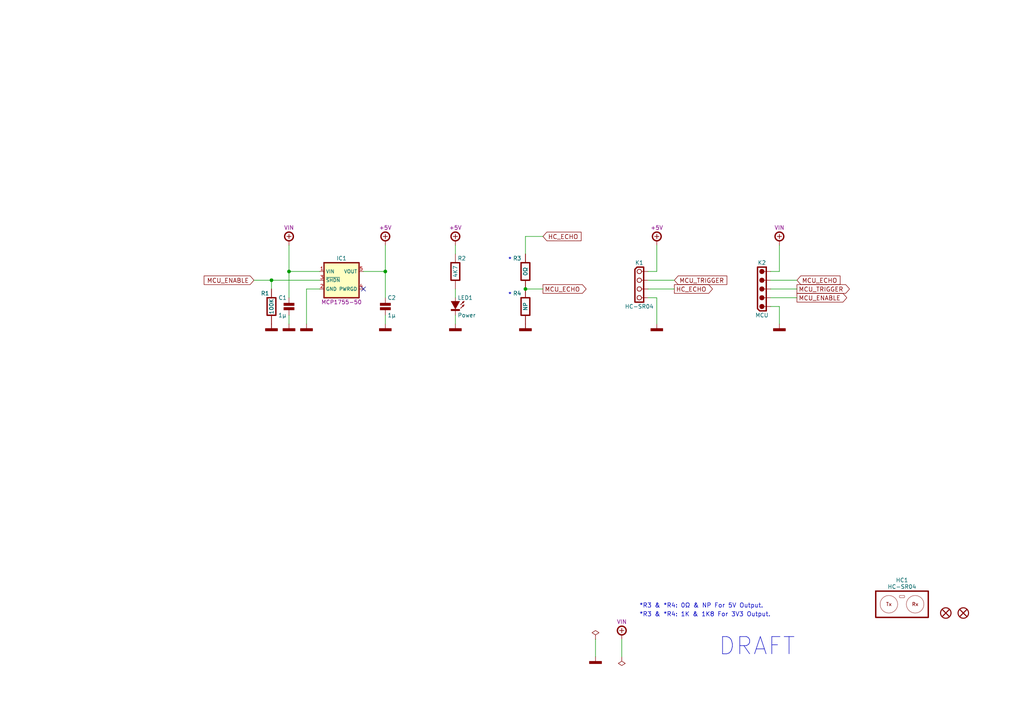
<source format=kicad_sch>
(kicad_sch (version 20211123) (generator eeschema)
  (paper "A4")
  (title_block (title "TBOT - Front HC-SR04") (date "01/2022") (rev "A"))
  (lib_symbols
    (symbol "tronixio:C-1206" (pin_numbers hide) (pin_names (offset 0) hide)
      (property "Reference" "C" (at 0.635 2.54 0))
      (property "Value" "C-1206" (at 0.635 -2.54 0))
      (symbol "C-1206_0_1"
        (rectangle (start -1.524 -0.254) (end 1.524 -1.016) (stroke (width 0.001)) (fill (type outline)))
        (rectangle (start -1.524 1.016) (end 1.524 0.254) (stroke (width 0.001)) (fill (type outline)))
      )
      (symbol "C-1206_1_1"
        (pin passive line (at 0 2.54 270) (length 1.905) (name "~") (number "1"))
        (pin passive line (at 0 -2.54 90) (length 1.905) (name "~") (number "2"))
      )
    )
    (symbol "tronixio:HC-SR04" (pin_names (offset 0.5) hide)
      (property "Reference" "HC" (at 0 5.08 0))
      (property "Value" "HC-SR04" (at 0 -5.08 0))
      (symbol "HC-SR04_0_0"
        (text "Rx" (at 3.81 0 0) (effects (font (size 1 1))))
        (text "Tx" (at -3.81 0 0) (effects (font (size 1 1))))
      )
      (symbol "HC-SR04_0_1"
        (rectangle (start -7.62 3.81) (end 7.62 -3.81) (stroke (width 0.4)))
        (circle (center -3.81 0) (radius 2.54) (stroke (width 0.1)))
        (arc (start -0.635 2.54) (mid -0.762 2.2225) (end -0.635 1.905) (stroke (width 0.1)))
        (polyline (pts (xy -0.635 1.905) (xy 0.635 1.905)) (stroke (width 0.1)))
        (polyline (pts (xy 0.635 2.54) (xy -0.635 2.54)) (stroke (width 0.1)))
        (arc (start 0.635 1.905) (mid 0.7633 2.2225) (end 0.635 2.54) (stroke (width 0.1)))
        (circle (center 3.81 0) (radius 2.54) (stroke (width 0.1)))
      )
    )
    (symbol "tronixio:LED-1206-PURPLE" (pin_numbers hide) (pin_names (offset 0) hide)
      (property "Reference" "LED" (at 0 -2.54 0))
      (property "Value" "LED-1206-PURPLE" (at 0 -5.08 0))
      (symbol "LED-1206-PURPLE_0_1"
        (rectangle (start -1.27 1.27) (end -0.762 -1.27) (stroke (width 0.001)) (fill (type outline)))
        (polyline (pts (xy 1.524 -1.27) (xy 1.524 1.27) (xy -0.762 0) (xy 1.524 -1.27)) (stroke (width 0.001)) (fill (type outline)))
        (polyline (pts (xy -0.508 1.524) (xy 0.508 2.54) (xy 0.254 2.032) (xy 0 2.286) (xy 0.508 2.54)) (stroke (width 0.2)))
        (polyline (pts (xy 0.508 1.524) (xy 1.524 2.54) (xy 1.27 2.032) (xy 1.016 2.286) (xy 1.524 2.54)) (stroke (width 0.2)))
      )
      (symbol "LED-1206-PURPLE_1_1"
        (pin passive line (at -2.54 0 0) (length 1.27) (name "K") (number "1"))
        (pin passive line (at 2.54 0 180) (length 1.27) (name "A") (number "2"))
      )
    )
    (symbol "tronixio:MICROCHIP-MCP1755-50-SOT23" (pin_names (offset 0.5))
      (property "Reference" "IC" (at 0 6.35 0))
      (property "Name" "MCP1755-50" (at 0 -6.35 0))
      (symbol "MICROCHIP-MCP1755-50-SOT23_0_1"
        (rectangle (start -5.08 5.08) (end 5.08 -5.08) (stroke (width 0.4)) (fill (type background)))
      )
      (symbol "MICROCHIP-MCP1755-50-SOT23_1_1"
        (pin power_in line (at -6.35 2.54 0) (length 1.27) (name "VIN") (number "1"))
        (pin power_in line (at -6.35 -2.54 0) (length 1.27) (name "GND") (number "2"))
        (pin input line (at -6.35 0 0) (length 1.27) (name "~{SHDN}") (number "3"))
        (pin open_collector line (at 6.35 -2.54 180) (length 1.27) (name "PWRGD") (number "4"))
        (pin power_out line (at 6.35 2.54 180) (length 1.27) (name "VOUT") (number "5"))
      )
    )
    (symbol "tronixio:MOLEX-MICRO-LATCH-05-RIGHT-ANGLE" (pin_numbers hide) (pin_names (offset 0) hide)
      (property "Reference" "K" (at 0 2.54 0))
      (property "Value" "MOLEX-MICRO-LATCH-05-RIGHT-ANGLE" (at 0 -12.7 0))
      (symbol "MOLEX-MICRO-LATCH-05-RIGHT-ANGLE_0_1"
        (circle (center 0 -10.16) (radius 0.635) (stroke (width 0.2)) (fill (type outline)))
        (circle (center 0 -7.62) (radius 0.635) (stroke (width 0.2)) (fill (type outline)))
        (circle (center 0 -5.08) (radius 0.635) (stroke (width 0.2)) (fill (type outline)))
        (circle (center 0 -2.54) (radius 0.635) (stroke (width 0.2)) (fill (type outline)))
        (polyline (pts (xy -1.27 -11.43) (xy 1.27 -11.43) (xy 1.27 0.635) (xy 0.635 1.27) (xy -1.27 1.27) (xy -1.27 -11.43)) (stroke (width 0.4)))
        (circle (center 0 0) (radius 0.635) (stroke (width 0.2)) (fill (type outline)))
      )
      (symbol "MOLEX-MICRO-LATCH-05-RIGHT-ANGLE_1_1"
        (pin passive line (at -2.54 0 0) (length 1.905) (name "1") (number "1"))
        (pin passive line (at -2.54 -2.54 0) (length 1.905) (name "2") (number "2"))
        (pin passive line (at -2.54 -5.08 0) (length 1.905) (name "3") (number "3"))
        (pin passive line (at -2.54 -7.62 0) (length 1.905) (name "4") (number "4"))
        (pin passive line (at -2.54 -10.16 0) (length 1.905) (name "5") (number "5"))
      )
    )
    (symbol "tronixio:MOUNTING-HOLE-MASK-3MM" (pin_numbers hide) (pin_names (offset 0) hide)
      (symbol "MOUNTING-HOLE-MASK-3MM_0_1"
        (polyline (pts (xy -1.016 -1.016) (xy 1.016 1.016)) (stroke (width 0.3)))
        (polyline (pts (xy 1.016 -1.016) (xy -1.016 1.016)) (stroke (width 0.3)))
        (circle (center 0 0) (radius 1.524) (stroke (width 0.3)))
      )
    )
    (symbol "tronixio:POWER-+5V" (power) (pin_numbers hide) (pin_names (offset 0) hide)
      (property "Name" "+5V" (at 0 5.08 0))
      (symbol "POWER-+5V_0_1"
        (polyline (pts (xy -0.635 2.54) (xy 0.635 2.54)) (stroke (width 0.2)))
        (polyline (pts (xy 0 1.905) (xy 0 3.175)) (stroke (width 0.2)))
        (circle (center 0 2.54) (radius 1.27) (stroke (width 0.4)))
      )
      (symbol "POWER-+5V_1_1"
        (pin power_in line (at 0 0 90) (length 1.27) (name "+5V") (number "1"))
      )
    )
    (symbol "tronixio:POWER-GND" (power) (pin_numbers hide) (pin_names (offset 0) hide)
      (symbol "POWER-GND_0_1"
        (rectangle (start -1.778 -2.032) (end 1.778 -1.27) (stroke (width 0.001)) (fill (type outline)))
      )
      (symbol "POWER-GND_1_1"
        (pin power_in line (at 0 0 270) (length 1.27) (name "GND") (number "1"))
      )
    )
    (symbol "tronixio:POWER-VIN" (power) (pin_numbers hide) (pin_names (offset 0) hide)
      (property "Name" "VIN" (at 0 5.08 0))
      (symbol "POWER-VIN_0_1"
        (polyline (pts (xy -0.635 2.54) (xy 0.635 2.54)) (stroke (width 0.2)))
        (polyline (pts (xy 0 1.905) (xy 0 3.175)) (stroke (width 0.2)))
        (circle (center 0 2.54) (radius 1.27) (stroke (width 0.4)))
      )
      (symbol "POWER-VIN_1_1"
        (pin power_in line (at 0 0 90) (length 1.27) (name "VIN") (number "1"))
      )
    )
    (symbol "tronixio:PWR_FLAG" (power) (pin_numbers hide) (pin_names (offset 0) hide)
      (symbol "PWR_FLAG_0_0"
        (pin power_out line (at 0 0 90) (length 0) (name "pwr") (number "1"))
      )
      (symbol "PWR_FLAG_0_1"
        (polyline (pts (xy 0 0) (xy 0 1.27) (xy -1.016 1.905) (xy 0 2.54) (xy 1.016 1.905) (xy 0 1.27)))
      )
    )
    (symbol "tronixio:R-1206" (pin_numbers hide) (pin_names (offset 0) hide)
      (property "Reference" "R" (at 2.54 0 90))
      (property "Value" "R-1206" (at 0 0 90))
      (symbol "R-1206_0_1"
        (rectangle (start -1.27 -2.54) (end 1.27 2.54) (stroke (width 0.4)))
      )
      (symbol "R-1206_1_1"
        (pin passive line (at 0 5.08 270) (length 2.54) (name "~") (number "1"))
        (pin passive line (at 0 -5.08 90) (length 2.54) (name "~") (number "2"))
      )
    )
    (symbol "tronixio:SAMTEC-SSW-104-02-T-S-RA" (pin_numbers hide) (pin_names (offset 0) hide)
      (property "Reference" "K" (at 0 2.54 0))
      (property "Value" "SAMTEC-SSW-104-02-T-S-RA" (at 0 -10.16 0))
      (symbol "SAMTEC-SSW-104-02-T-S-RA_0_1"
        (circle (center 0 -7.62) (radius 0.635) (stroke (width 0.2)))
        (circle (center 0 -5.08) (radius 0.635) (stroke (width 0.2)))
        (circle (center 0 -2.54) (radius 0.635) (stroke (width 0.2)))
        (polyline (pts (xy -1.27 -8.89) (xy 1.27 -8.89) (xy 1.27 0.635) (xy 0.635 1.27) (xy -1.27 1.27) (xy -1.27 -8.89)) (stroke (width 0.4)))
        (circle (center 0 0) (radius 0.635) (stroke (width 0.2)))
      )
      (symbol "SAMTEC-SSW-104-02-T-S-RA_1_1"
        (pin passive line (at -2.54 0 0) (length 1.905) (name "1") (number "1"))
        (pin passive line (at -2.54 -2.54 0) (length 1.905) (name "2") (number "2"))
        (pin passive line (at -2.54 -5.08 0) (length 1.905) (name "3") (number "3"))
        (pin passive line (at -2.54 -7.62 0) (length 1.905) (name "4") (number "4"))
      )
    )
  )
  (junction (at 78.74 81.28) (diameter 0.9144))
  (junction (at 152.4 83.82) (diameter 0.9144))
  (junction (at 83.82 78.74) (diameter 0.9144))
  (junction (at 111.76 78.74) (diameter 0.9144))
  (no_connect (at 105.41 83.82))
  (wire (pts (xy 152.4 83.82) (xy 157.48 83.82)))
  (wire (pts (xy 88.9 83.82) (xy 88.9 93.98)))
  (wire (pts (xy 223.52 86.36) (xy 231.14 86.36)))
  (wire (pts (xy 83.82 71.12) (xy 83.82 78.74)))
  (wire (pts (xy 83.82 78.74) (xy 83.82 86.36)))
  (wire (pts (xy 226.06 88.9) (xy 226.06 93.98)))
  (wire (pts (xy 223.52 88.9) (xy 226.06 88.9)))
  (wire (pts (xy 111.76 91.44) (xy 111.76 93.98)))
  (wire (pts (xy 78.74 81.28) (xy 92.71 81.28)))
  (wire (pts (xy 73.66 81.28) (xy 78.74 81.28)))
  (wire (pts (xy 187.96 81.28) (xy 195.58 81.28)))
  (wire (pts (xy 88.9 83.82) (xy 92.71 83.82)))
  (wire (pts (xy 83.82 78.74) (xy 92.71 78.74)))
  (wire (pts (xy 187.96 83.82) (xy 195.58 83.82)))
  (wire (pts (xy 223.52 81.28) (xy 231.14 81.28)))
  (wire (pts (xy 180.34 185.42) (xy 180.34 190.5)))
  (wire (pts (xy 132.08 91.44) (xy 132.08 93.98)))
  (wire (pts (xy 132.08 86.36) (xy 132.08 83.82)))
  (wire (pts (xy 223.52 83.82) (xy 231.14 83.82)))
  (wire (pts (xy 111.76 71.12) (xy 111.76 78.74)))
  (wire (pts (xy 111.76 78.74) (xy 111.76 86.36)))
  (wire (pts (xy 187.96 78.74) (xy 190.5 78.74)))
  (wire (pts (xy 190.5 78.74) (xy 190.5 71.12)))
  (wire (pts (xy 83.82 91.44) (xy 83.82 93.98)))
  (wire (pts (xy 223.52 78.74) (xy 226.06 78.74)))
  (wire (pts (xy 226.06 78.74) (xy 226.06 71.12)))
  (wire (pts (xy 132.08 71.12) (xy 132.08 73.66)))
  (wire (pts (xy 78.74 81.28) (xy 78.74 83.82)))
  (wire (pts (xy 187.96 86.36) (xy 190.5 86.36)))
  (wire (pts (xy 190.5 86.36) (xy 190.5 93.98)))
  (wire (pts (xy 105.41 78.74) (xy 111.76 78.74)))
  (wire (pts (xy 152.4 68.58) (xy 152.4 73.66)))
  (wire (pts (xy 157.48 68.58) (xy 152.4 68.58)))
  (wire (pts (xy 172.72 185.42) (xy 172.72 190.5)))
  (text "*" (at 147.32 76.2 0) (effects (font (size 1.27 1.27)) (justify left bottom)))
  (text "*" (at 147.32 86.36 0) (effects (font (size 1.27 1.27)) (justify left bottom)))
  (text "*R3 & *R4: 0Ω & NP For 5V Output." (at 185.42 176.53 0) (effects (font (size 1.27 1.27)) (justify left bottom)))
  (text "DRAFT" (at 208.28 190.5 0) (effects (font (size 5 5)) (justify left bottom)))
  (text "*R3 & *R4: 1K & 1K8 For 3V3 Output." (at 185.42 179.07 0) (effects (font (size 1.27 1.27)) (justify left bottom)))
  (global_label "MCU_TRIGGER" (shape input) (at 195.58 81.28 0) (property "Intersheet References" "${INTERSHEET_REFS}" (effects hide)))
  (global_label "MCU_ENABLE" (shape input) (at 73.66 81.28 180) (property "Intersheet References" "${INTERSHEET_REFS}" (effects hide)))
  (global_label "MCU_ECHO" (shape output) (at 157.48 83.82 0) (property "Intersheet References" "${INTERSHEET_REFS}" (effects hide)))
  (global_label "HC_ECHO" (shape input) (at 157.48 68.58 0) (property "Intersheet References" "${INTERSHEET_REFS}" (effects hide)))
  (global_label "MCU_ENABLE" (shape output) (at 231.14 86.36 0) (property "Intersheet References" "${INTERSHEET_REFS}" (effects hide)))
  (global_label "HC_ECHO" (shape output) (at 195.58 83.82 0) (property "Intersheet References" "${INTERSHEET_REFS}" (effects hide)))
  (global_label "MCU_TRIGGER" (shape output) (at 231.14 83.82 0) (property "Intersheet References" "${INTERSHEET_REFS}" (effects hide)))
  (global_label "MCU_ECHO" (shape input) (at 231.14 81.28 0) (property "Intersheet References" "${INTERSHEET_REFS}" (effects hide)))
  (symbol (lib_id "tronixio:R-1206") (at 78.74 88.9 0) (unit 1)
    (property "Reference" "R1" (at 78.105 85.09 0) (effects (font (size 1.15 1.15)) (justify right)))
    (property "Value" "100K" (at 78.74 88.9 90) (effects (font (size 1.15 1.15))))
    (property "Footprint" "tronixio:RESISTOR-1206" (effects hide))
  )
  (symbol (lib_id "tronixio:POWER-GND") (at 226.06 93.98 0) (unit 1)
    (property "Reference" "#PWR016" (effects hide))
    (property "Value" "POWER-GND" (effects hide))
  )
  (symbol (lib_id "tronixio:C-1206") (at 111.76 88.9 0) (unit 1)
    (property "Reference" "C2" (at 112.395 86.36 0) (effects (font (size 1.15 1.15)) (justify left)))
    (property "Value" "1µ" (at 112.395 91.44 0) (effects (font (size 1.15 1.15)) (justify left)))
    (property "Footprint" "tronixio:CAPACITOR-1206" (effects hide))
  )
  (symbol (lib_id "tronixio:POWER-+5V") (at 132.08 71.12 0) (unit 1)
    (property "Reference" "#PWR07" (effects hide))
    (property "Value" "POWER-+5V" (effects hide))
    (property "Name" "+5V" (at 132.08 66.04 0) (effects (font (size 1.15 1.15))))
  )
  (symbol (lib_id "tronixio:R-1206") (at 152.4 78.74 0) (unit 1)
    (property "Reference" "R3" (at 150 74.93 0) (effects (font (size 1.15 1.15))))
    (property "Value" "0Ω" (at 152.4 78.74 90) (effects (font (size 1.15 1.15))))
    (property "Footprint" "tronixio:RESISTOR-1206" (effects hide))
  )
  (symbol (lib_id "tronixio:POWER-GND") (at 152.4 93.98 0) (unit 1)
    (property "Reference" "#PWR09" (effects hide))
    (property "Value" "POWER-GND" (effects hide))
  )
  (symbol (lib_id "tronixio:POWER-+5V") (at 190.5 71.12 0) (unit 1)
    (property "Reference" "#PWR013" (effects hide))
    (property "Value" "POWER-+5V" (effects hide))
    (property "Name" "+5V" (at 190.5 66.04 0) (effects (font (size 1.15 1.15))))
  )
  (symbol (lib_id "tronixio:MOLEX-MICRO-LATCH-05-RIGHT-ANGLE") (at 220.98 88.9 180) (unit 1)
    (property "Reference" "K2" (at 220.98 76.2 0) (effects (font (size 1.15 1.15))))
    (property "Value" "MCU" (at 220.98 91.44 0) (effects (font (size 1.15 1.15))))
    (property "Footprint" "tronixio:MOLEX-532540570" (effects hide))
    (property "Datasheet" "https://www.molex.com/pdm_docs/sd/532540570_sd.pdf" (effects hide))
    (property "MOUSER" "538-53254-0570" (effects hide))
  )
  (symbol (lib_id "tronixio:POWER-GND") (at 78.74 93.98 0) (unit 1)
    (property "Reference" "#PWR01" (effects hide))
    (property "Value" "POWER-GND" (effects hide))
  )
  (symbol (lib_id "tronixio:PWR_FLAG") (at 172.72 185.42 0) (unit 1)
    (property "Reference" "#FLG01" (effects hide))
    (property "Value" "PWR_FLAG" (effects hide))
  )
  (symbol (lib_id "tronixio:POWER-VIN") (at 180.34 185.42 0) (unit 1)
    (property "Reference" "#PWR011" (effects hide))
    (property "Value" "POWER-VIN" (effects hide))
    (property "Name" "VIN" (at 180.34 180.34 0) (effects (font (size 1.15 1.15))))
  )
  (symbol (lib_id "tronixio:POWER-+5V") (at 111.76 71.12 0) (unit 1)
    (property "Reference" "#PWR05" (effects hide))
    (property "Value" "POWER-VCC" (effects hide))
    (property "Name" "+5V" (at 111.76 66.04 0) (effects (font (size 1.15 1.15))))
  )
  (symbol (lib_id "tronixio:MOUNTING-HOLE-MASK-3MM") (at 274.32 177.8 0) (unit 1)
    (property "Reference" "H1" (effects hide))
    (property "Value" "MOUNTING-HOLE-MASK-3MM" (effects hide))
    (property "Footprint" "tronixio:M3-MASK" (effects hide))
  )
  (symbol (lib_id "tronixio:R-1206") (at 152.4 88.9 0) (unit 1)
    (property "Reference" "R4" (at 150 85.09 0) (effects (font (size 1.15 1.15))))
    (property "Value" "NP" (at 152.4 88.9 90) (effects (font (size 1.15 1.15))))
    (property "Footprint" "tronixio:RESISTOR-1206" (effects hide))
  )
  (symbol (lib_id "tronixio:POWER-VIN") (at 226.06 71.12 0) (unit 1)
    (property "Reference" "#PWR015" (effects hide))
    (property "Value" "POWER-VIN" (effects hide))
    (property "Name" "VIN" (at 226.06 66.04 0) (effects (font (size 1.15 1.15))))
  )
  (symbol (lib_id "tronixio:PWR_FLAG") (at 180.34 190.5 180) (unit 1)
    (property "Reference" "#FLG02" (effects hide))
    (property "Value" "PWR_FLAG" (effects hide))
  )
  (symbol (lib_id "tronixio:MOUNTING-HOLE-MASK-3MM") (at 279.4 177.8 0) (unit 1)
    (property "Reference" "H2" (effects hide))
    (property "Value" "MOUNTING-HOLE-MASK-3MM" (effects hide))
    (property "Footprint" "tronixio:M3-MASK" (effects hide))
  )
  (symbol (lib_id "tronixio:POWER-GND") (at 190.5 93.98 0) (unit 1)
    (property "Reference" "#PWR014" (effects hide))
    (property "Value" "POWER-GND" (effects hide))
  )
  (symbol (lib_id "tronixio:POWER-VIN") (at 83.82 71.12 0) (unit 1)
    (property "Reference" "#PWR02" (effects hide))
    (property "Value" "POWER-VIN" (effects hide))
    (property "Name" "VIN" (at 83.82 66.04 0) (effects (font (size 1.15 1.15))))
  )
  (symbol (lib_id "tronixio:C-1206") (at 83.82 88.9 0) (unit 1)
    (property "Reference" "C1" (at 83.185 86.36 0) (effects (font (size 1.15 1.15)) (justify right)))
    (property "Value" "1µ" (at 83.185 91.44 0) (effects (font (size 1.15 1.15)) (justify right)))
    (property "Footprint" "tronixio:CAPACITOR-1206" (effects hide))
  )
  (symbol (lib_id "tronixio:HC-SR04") (at 261.62 175.26 0) (unit 1)
    (property "Reference" "HC1" (at 261.62 168.275 0) (effects (font (size 1.15 1.15))))
    (property "Value" "HC-SR04" (at 261.62 170.18 0) (effects (font (size 1.15 1.15))))
    (property "Footprint" "tronixio:zzHC-SR04" (effects hide))
    (property "Datasheet" "https://cdn.sparkfun.com/datasheets/Sensors/Proximity/HCSR04.pdf" (effects hide))
  )
  (symbol (lib_id "tronixio:MICROCHIP-MCP1755-50-SOT23") (at 99.06 81.28 0) (unit 1)
    (property "Reference" "IC1" (at 99.06 74.93 0) (effects (font (size 1.15 1.15))))
    (property "Value" "MCP1755" (effects hide))
    (property "Footprint" "tronixio:SOT-23-5" (effects hide))
    (property "Datasheet" "https://www.microchip.com/wwwproducts/en/MCP1755" (effects hide))
    (property "Name" "MCP1755-50" (at 99.06 87.63 0) (effects (font (size 1.15 1.15))))
    (property "Mouser" "579-MCP1755T-5002EOT" (effects hide))
  )
  (symbol (lib_id "tronixio:POWER-GND") (at 111.76 93.98 0) (unit 1)
    (property "Reference" "#PWR06" (effects hide))
    (property "Value" "POWER-GND" (effects hide))
  )
  (symbol (lib_id "tronixio:POWER-GND") (at 132.08 93.98 0) (unit 1)
    (property "Reference" "#PWR08" (effects hide))
    (property "Value" "POWER-GND" (effects hide))
  )
  (symbol (lib_id "tronixio:LED-1206-PURPLE") (at 132.08 88.9 270) (mirror x) (unit 1)
    (property "Reference" "LED1" (at 132.715 86.36 90) (effects (font (size 1.15 1.15)) (justify left)))
    (property "Value" "Power" (at 132.715 91.44 90) (effects (font (size 1.15 1.15)) (justify left)))
    (property "Footprint" "tronixio:LED-1206" (effects hide))
    (property "Datasheet" "https://www.kingbrightusa.com/images/catalog/SPEC/APTR3216-VFX.pdf" (effects hide))
    (property "MOUSER" "604-APTR3216-VFX" (effects hide))
  )
  (symbol (lib_id "tronixio:POWER-GND") (at 83.82 93.98 0) (unit 1)
    (property "Reference" "#PWR03" (effects hide))
    (property "Value" "POWER-GND" (effects hide))
  )
  (symbol (lib_id "tronixio:POWER-GND") (at 88.9 93.98 0) (unit 1)
    (property "Reference" "#PWR04" (effects hide))
    (property "Value" "POWER-GND" (effects hide))
  )
  (symbol (lib_id "tronixio:R-1206") (at 132.08 78.74 0) (unit 1)
    (property "Reference" "R2" (at 132.715 74.93 0) (effects (font (size 1.15 1.15)) (justify left)))
    (property "Value" "4K7" (at 132.08 78.74 90) (effects (font (size 1.15 1.15))))
    (property "Footprint" "tronixio:RESISTOR-1206" (effects hide))
  )
  (symbol (lib_id "tronixio:POWER-GND") (at 172.72 190.5 0) (unit 1)
    (property "Reference" "#PWR010" (effects hide))
    (property "Value" "POWER-GND" (effects hide))
  )
  (symbol (lib_id "tronixio:SAMTEC-SSW-104-02-T-S-RA") (at 185.42 78.74 0) (mirror y) (unit 1)
    (property "Reference" "K1" (at 185.42 76.2 0) (effects (font (size 1.15 1.15))))
    (property "Value" "HC-SR04" (at 185.42 88.9 0) (effects (font (size 1.15 1.15))))
    (property "Footprint" "tronixio:zzSAMTEC-SSW-104-02-T-S-RA" (effects hide))
    (property "Datasheet" "http://suddendocs.samtec.com/catalog_english/ssw_th.pdf" (effects hide))
    (property "MOUSER" "200-SSW10402TSRA" (effects hide))
  )
)
</source>
